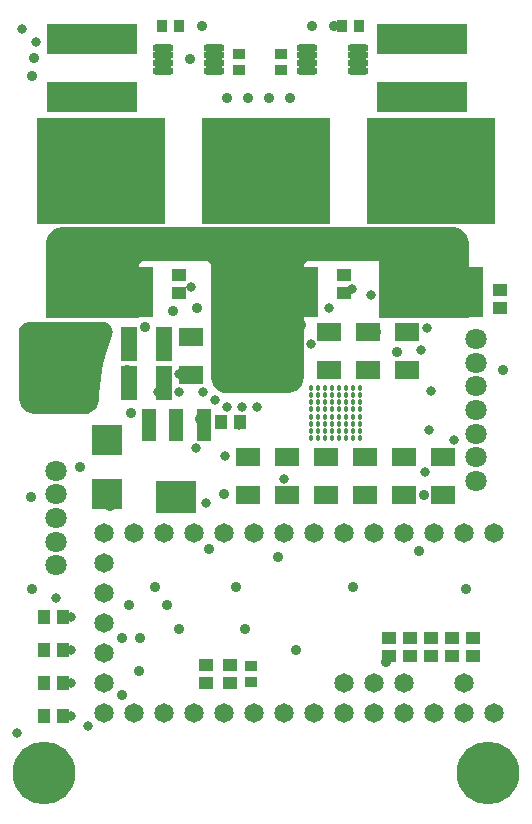
<source format=gbs>
G04 Layer_Color=16711935*
%FSAX24Y24*%
%MOIN*%
G70*
G01*
G75*
%ADD52R,0.0474X0.0434*%
%ADD60R,0.0434X0.0474*%
%ADD62R,0.4253X0.3545*%
%ADD63R,0.0453X0.1674*%
%ADD64R,0.0434X0.0356*%
%ADD66C,0.0710*%
%ADD67C,0.0650*%
%ADD68C,0.2090*%
%ADD69C,0.0360*%
%ADD70C,0.0320*%
%ADD71C,0.0180*%
%ADD72R,0.2986X0.1041*%
%ADD73R,0.0828X0.0612*%
%ADD74R,0.0986X0.0986*%
%ADD75R,0.0474X0.1064*%
%ADD76R,0.1379X0.1064*%
%ADD77R,0.0533X0.1143*%
%ADD78R,0.0356X0.0434*%
%ADD79O,0.0710X0.0257*%
G36*
X054724Y030040D02*
X054724Y030040D01*
X054744D01*
X054749Y030040D01*
X054808Y030032D01*
X054814Y030031D01*
X054818Y030029D01*
X054892Y029999D01*
X054897Y029996D01*
X054901Y029993D01*
X054965Y029945D01*
X054965Y029945D01*
X054969Y029941D01*
X054972Y029937D01*
X055021Y029874D01*
X055024Y029869D01*
X055026Y029865D01*
X055057Y029791D01*
X055059Y029786D01*
X055060Y029781D01*
X055070Y029701D01*
X055070Y029701D01*
X055070Y029700D01*
X055070Y029698D01*
X055071Y029696D01*
X055071Y029696D01*
X055071Y029695D01*
X055070Y029693D01*
X055070Y029691D01*
X055070Y029690D01*
X055070Y029690D01*
X055058Y029608D01*
X055057Y029606D01*
X055057Y029605D01*
X055057Y029604D01*
X055056Y029603D01*
X055056Y029601D01*
X055055Y029600D01*
X055046Y029574D01*
X055046Y029574D01*
X055001Y029456D01*
X054880Y029095D01*
X054763Y028637D01*
X054679Y028171D01*
X054627Y027640D01*
X054620Y027462D01*
X054620Y027462D01*
X054618Y027403D01*
X054618Y027402D01*
X054618Y027402D01*
X054618Y027400D01*
X054618Y027398D01*
X054618Y027397D01*
X054617Y027396D01*
X054617Y027395D01*
X054617Y027393D01*
X054616Y027392D01*
X054616Y027391D01*
X054558Y027225D01*
X054557Y027224D01*
X054557Y027223D01*
X054556Y027222D01*
X054556Y027220D01*
X054555Y027219D01*
X054555Y027218D01*
X054554Y027217D01*
X054553Y027216D01*
X054552Y027215D01*
X054552Y027214D01*
X054475Y027113D01*
X054471Y027109D01*
X054471D01*
Y027109D01*
X054467Y027106D01*
X054367Y027029D01*
X054362Y027026D01*
X054358Y027024D01*
X054241Y026975D01*
X054236Y026974D01*
X054231Y026973D01*
X054137Y026960D01*
X054131Y026960D01*
X054100D01*
X052500Y026960D01*
X052500Y026960D01*
X052434D01*
X052433Y026960D01*
X052432D01*
X052430Y026960D01*
X052429Y026960D01*
X052428Y026961D01*
X052426Y026961D01*
X052425Y026961D01*
X052424Y026961D01*
X052423Y026962D01*
X052421Y026962D01*
X052235Y027025D01*
X052234Y027026D01*
X052232Y027026D01*
X052231Y027027D01*
X052230Y027027D01*
X052229Y027028D01*
X052228Y027029D01*
X052227Y027029D01*
X052226Y027030D01*
X052225Y027031D01*
X052223Y027031D01*
X052119Y027112D01*
X052119Y027112D01*
X052115Y027115D01*
X052112Y027119D01*
X052031Y027223D01*
X052030Y027226D01*
X052029Y027228D01*
X052026Y027232D01*
X051976Y027354D01*
X051974Y027359D01*
X051973Y027364D01*
X051960Y027462D01*
X051960Y027467D01*
Y027500D01*
X051960Y029700D01*
X051960Y029700D01*
Y029739D01*
X051960Y029741D01*
Y029742D01*
X051960Y029743D01*
X051960Y029745D01*
X051961Y029746D01*
X051961Y029747D01*
X051961Y029749D01*
X051961Y029750D01*
X051962Y029751D01*
X051962Y029752D01*
X052000Y029864D01*
X052000Y029865D01*
X052001Y029867D01*
X052002Y029868D01*
X052002Y029869D01*
X052003Y029870D01*
X052003Y029871D01*
X052004Y029872D01*
X052005Y029874D01*
X052005Y029875D01*
X052006Y029876D01*
X052054Y029938D01*
X052054Y029938D01*
X052058Y029942D01*
X052062Y029946D01*
X052062Y029946D01*
X052124Y029994D01*
X052125Y029995D01*
X052126Y029995D01*
X052128Y029996D01*
X052129Y029997D01*
X052130Y029997D01*
X052131Y029998D01*
X052132Y029999D01*
X052133Y029999D01*
X052135Y029999D01*
X052136Y030000D01*
X052248Y030038D01*
X052249Y030038D01*
X052250Y030039D01*
X052251Y030039D01*
X052253Y030039D01*
X052254Y030039D01*
X052255Y030040D01*
X052257Y030040D01*
X052258Y030040D01*
X052259D01*
X052260Y030040D01*
X052300D01*
X054724Y030040D01*
D02*
G37*
G36*
X066467Y033190D02*
X066468D01*
X066470Y033190D01*
X066471Y033190D01*
X066472Y033189D01*
X066474Y033189D01*
X066475Y033189D01*
X066476Y033189D01*
X066477Y033188D01*
X066479Y033188D01*
X066665Y033125D01*
X066666Y033124D01*
X066667Y033124D01*
X066669Y033123D01*
X066670Y033123D01*
X066671Y033122D01*
X066672Y033121D01*
X066673Y033121D01*
X066674Y033120D01*
X066675Y033119D01*
X066677Y033119D01*
X066781Y033038D01*
X066781Y033038D01*
X066785Y033035D01*
X066788Y033031D01*
X066869Y032927D01*
X066870Y032924D01*
X066871Y032922D01*
X066874Y032917D01*
X066924Y032796D01*
X066926Y032791D01*
X066927Y032786D01*
X066940Y032688D01*
X066940Y032683D01*
Y032650D01*
X066940Y030200D01*
X066940Y030195D01*
X066939Y030190D01*
X066937Y030185D01*
X066935Y030180D01*
X066932Y030176D01*
X066928Y030172D01*
X066924Y030168D01*
X066920Y030165D01*
X066915Y030163D01*
X066910Y030161D01*
X066905Y030160D01*
X066900Y030160D01*
X064000D01*
X063995Y030160D01*
X063990Y030161D01*
X063985Y030163D01*
X063980Y030165D01*
X063976Y030168D01*
X063972Y030172D01*
X063968Y030176D01*
X063965Y030180D01*
X063963Y030185D01*
X063961Y030190D01*
X063960Y030195D01*
X063960Y030200D01*
Y032060D01*
X061584D01*
X061538Y032051D01*
X061485Y032015D01*
X061449Y031962D01*
X061440Y031916D01*
Y031900D01*
X061440Y028200D01*
X061440Y028200D01*
Y028167D01*
D01*
Y028167D01*
X061440Y028162D01*
X061427Y028064D01*
X061426Y028059D01*
X061424Y028054D01*
X061374Y027932D01*
X061371Y027928D01*
X061369Y027923D01*
X061288Y027819D01*
X061285Y027815D01*
X061285D01*
Y027815D01*
X061281Y027812D01*
X061177Y027731D01*
X061175Y027731D01*
X061174Y027730D01*
X061173Y027729D01*
X061172Y027729D01*
X061171Y027728D01*
X061170Y027727D01*
X061169Y027727D01*
X061167Y027726D01*
X061166Y027726D01*
X061165Y027725D01*
X060979Y027662D01*
X060977Y027662D01*
X060976Y027661D01*
X060975Y027661D01*
X060974Y027661D01*
X060972Y027661D01*
X060971Y027660D01*
X060970Y027660D01*
X060968Y027660D01*
X060967D01*
X060966Y027660D01*
X060900D01*
X058900Y027660D01*
X058900Y027660D01*
X058900D01*
X058867D01*
X058862Y027660D01*
X058764Y027673D01*
X058759Y027674D01*
X058754Y027676D01*
X058632Y027726D01*
X058628Y027729D01*
X058623Y027731D01*
X058519Y027812D01*
X058515Y027815D01*
Y027815D01*
X058515D01*
X058512Y027819D01*
X058431Y027923D01*
X058429Y027928D01*
X058426Y027932D01*
X058376Y028054D01*
X058374Y028059D01*
X058373Y028064D01*
X058360Y028162D01*
X058360Y028167D01*
Y028167D01*
D01*
X058360Y028200D01*
D01*
X058360Y031900D01*
Y031916D01*
X058351Y031962D01*
X058315Y032015D01*
X058262Y032051D01*
X058216Y032060D01*
X056084D01*
X056038Y032051D01*
X055985Y032015D01*
X055949Y031962D01*
X055940Y031916D01*
Y031900D01*
Y030200D01*
X055940Y030195D01*
X055939Y030190D01*
X055937Y030185D01*
X055935Y030180D01*
X055932Y030176D01*
X055928Y030172D01*
X055924Y030168D01*
X055920Y030165D01*
X055915Y030163D01*
X055910Y030161D01*
X055905Y030160D01*
X055900Y030160D01*
X052900D01*
X052895Y030160D01*
X052890Y030161D01*
X052885Y030163D01*
X052880Y030165D01*
X052876Y030168D01*
X052872Y030172D01*
X052868Y030176D01*
X052865Y030180D01*
X052863Y030185D01*
X052861Y030190D01*
X052860Y030195D01*
X052860Y030200D01*
X052860Y032650D01*
D01*
X052860Y032683D01*
D01*
Y032683D01*
X052860Y032688D01*
X052873Y032786D01*
X052874Y032791D01*
X052876Y032796D01*
X052926Y032917D01*
X052929Y032922D01*
X052931Y032927D01*
X053012Y033031D01*
X053015Y033035D01*
X053015D01*
Y033035D01*
X053019Y033038D01*
X053123Y033119D01*
X053128Y033121D01*
X053132Y033124D01*
X053254Y033174D01*
X053259Y033176D01*
X053264Y033177D01*
X053362Y033190D01*
X053367Y033190D01*
D01*
X053367D01*
X053400Y033190D01*
X066400Y033190D01*
X066466D01*
X066467Y033190D01*
D02*
G37*
D52*
X067100Y018885D02*
D03*
Y019515D02*
D03*
X066400Y018885D02*
D03*
Y019515D02*
D03*
X065700Y018885D02*
D03*
Y019515D02*
D03*
X065000Y018885D02*
D03*
Y019515D02*
D03*
X064300Y018885D02*
D03*
Y019515D02*
D03*
X059000Y017985D02*
D03*
Y018615D02*
D03*
X058200Y017985D02*
D03*
Y018615D02*
D03*
X062800Y031615D02*
D03*
Y030985D02*
D03*
X057300Y031615D02*
D03*
Y030985D02*
D03*
X068000Y031115D02*
D03*
Y030485D02*
D03*
D60*
X059315Y026700D02*
D03*
X058685D02*
D03*
X053415Y016900D02*
D03*
X052785D02*
D03*
X053415Y018000D02*
D03*
X052785D02*
D03*
X053415Y019100D02*
D03*
X052785D02*
D03*
X053415Y020200D02*
D03*
X052785D02*
D03*
D62*
X054700Y035055D02*
D03*
X065700D02*
D03*
X060200D02*
D03*
D63*
X053200Y031039D02*
D03*
X053700D02*
D03*
X054200D02*
D03*
X055200D02*
D03*
X055700D02*
D03*
X056200D02*
D03*
X064200D02*
D03*
X064700D02*
D03*
X065200D02*
D03*
X066200D02*
D03*
X066700D02*
D03*
X067200D02*
D03*
X058700D02*
D03*
X059200D02*
D03*
X059700D02*
D03*
X060700D02*
D03*
X061200D02*
D03*
X061700D02*
D03*
D64*
X059700Y018576D02*
D03*
Y018024D02*
D03*
X060700Y038424D02*
D03*
Y038976D02*
D03*
X059300Y038424D02*
D03*
Y038976D02*
D03*
D66*
X053200Y025080D02*
D03*
Y024290D02*
D03*
Y023500D02*
D03*
Y022713D02*
D03*
Y021925D02*
D03*
X067200Y025525D02*
D03*
Y029462D02*
D03*
Y028675D02*
D03*
Y027887D02*
D03*
Y027097D02*
D03*
Y026307D02*
D03*
Y024738D02*
D03*
D67*
X067800Y023000D02*
D03*
X066800D02*
D03*
X065800D02*
D03*
X064800D02*
D03*
X063800D02*
D03*
X062800D02*
D03*
X061800D02*
D03*
X060800D02*
D03*
X059800D02*
D03*
X058800D02*
D03*
X057800D02*
D03*
X056800D02*
D03*
X055800D02*
D03*
X054800D02*
D03*
Y022000D02*
D03*
Y021000D02*
D03*
Y020000D02*
D03*
Y019000D02*
D03*
Y018000D02*
D03*
Y017000D02*
D03*
X055800D02*
D03*
X056800D02*
D03*
X057800D02*
D03*
X058800D02*
D03*
X059800D02*
D03*
X060800D02*
D03*
X061800D02*
D03*
X062800D02*
D03*
X063800D02*
D03*
X064800D02*
D03*
X065800D02*
D03*
X066800D02*
D03*
X067800D02*
D03*
X066800Y018000D02*
D03*
X064800D02*
D03*
X063800D02*
D03*
X062800D02*
D03*
D68*
X052800Y015000D02*
D03*
X067600D02*
D03*
D69*
X052350Y024200D02*
D03*
X064550Y029050D02*
D03*
X066850Y021150D02*
D03*
X055000Y023900D02*
D03*
X052400Y021150D02*
D03*
X055950Y018400D02*
D03*
X065450Y024270D02*
D03*
X061356Y029923D02*
D03*
X055550Y028450D02*
D03*
X068100D02*
D03*
X057650Y038800D02*
D03*
X062450Y039900D02*
D03*
X061719Y039900D02*
D03*
X058050D02*
D03*
X052450Y038850D02*
D03*
X053300Y039500D02*
D03*
X052400Y038250D02*
D03*
X054000Y025200D02*
D03*
X055400Y017600D02*
D03*
X058900Y037500D02*
D03*
X059600D02*
D03*
X060300D02*
D03*
X061000D02*
D03*
X063850Y029700D02*
D03*
X065300Y022400D02*
D03*
X063100Y021200D02*
D03*
X058000Y026800D02*
D03*
X058800Y024300D02*
D03*
X060100Y028600D02*
D03*
Y030000D02*
D03*
Y029300D02*
D03*
X056165Y029854D02*
D03*
X057100Y030400D02*
D03*
X055700Y027000D02*
D03*
X057900Y030500D02*
D03*
X055612Y020600D02*
D03*
X057300Y019800D02*
D03*
X056900Y020600D02*
D03*
X056500Y021200D02*
D03*
X064200Y018700D02*
D03*
X055400Y019500D02*
D03*
X059200Y021200D02*
D03*
X056000Y019500D02*
D03*
X058276Y022459D02*
D03*
X060600Y022200D02*
D03*
X059500Y019800D02*
D03*
X061200Y019100D02*
D03*
X053100Y029600D02*
D03*
X053800D02*
D03*
Y029000D02*
D03*
X053100D02*
D03*
Y028400D02*
D03*
X053800D02*
D03*
X054000Y039500D02*
D03*
X054700D02*
D03*
X055400D02*
D03*
X066500D02*
D03*
X065800D02*
D03*
X065100D02*
D03*
X064400D02*
D03*
X055400Y037500D02*
D03*
X054700D02*
D03*
X054000D02*
D03*
X053300D02*
D03*
X066500D02*
D03*
X065800D02*
D03*
X065100D02*
D03*
X064400D02*
D03*
D70*
X063700Y030950D02*
D03*
X065700Y027750D02*
D03*
X062300Y030500D02*
D03*
X066450Y026100D02*
D03*
X053200Y020850D02*
D03*
X053691Y020200D02*
D03*
X059300Y026600D02*
D03*
X065628Y026422D02*
D03*
X051900Y016350D02*
D03*
X054250Y016561D02*
D03*
X052050Y039800D02*
D03*
X052529Y039371D02*
D03*
X065550Y029850D02*
D03*
X065350Y029100D02*
D03*
X063050Y031150D02*
D03*
X065500Y025050D02*
D03*
X057700Y031200D02*
D03*
X058817Y025583D02*
D03*
X057300Y028300D02*
D03*
X058100Y027700D02*
D03*
X057300D02*
D03*
X059400Y027200D02*
D03*
X059900D02*
D03*
X057834Y025850D02*
D03*
X058200Y024000D02*
D03*
X060800Y024800D02*
D03*
X061700Y029300D02*
D03*
X058494Y027445D02*
D03*
X056600Y027700D02*
D03*
X058900Y027200D02*
D03*
X053691Y019100D02*
D03*
Y018000D02*
D03*
Y016900D02*
D03*
D71*
X061673Y027827D02*
D03*
X061909D02*
D03*
X062146D02*
D03*
X062382D02*
D03*
X062618D02*
D03*
X062854D02*
D03*
X063091D02*
D03*
X063327D02*
D03*
Y027591D02*
D03*
X063091D02*
D03*
X062854D02*
D03*
X062618D02*
D03*
X062382D02*
D03*
X062146D02*
D03*
X061909D02*
D03*
X061673D02*
D03*
X063327Y027354D02*
D03*
X063091D02*
D03*
X062854D02*
D03*
X062618D02*
D03*
X062382D02*
D03*
X062146D02*
D03*
X061909D02*
D03*
X061673D02*
D03*
X063327Y027118D02*
D03*
X063091D02*
D03*
X062854D02*
D03*
X062618D02*
D03*
X062382D02*
D03*
X062146D02*
D03*
X061909D02*
D03*
X061673D02*
D03*
X063327Y026882D02*
D03*
X063091D02*
D03*
X062854D02*
D03*
X062618D02*
D03*
X062382D02*
D03*
X062146D02*
D03*
X061909D02*
D03*
X061673D02*
D03*
X063327Y026646D02*
D03*
X063091D02*
D03*
X062854D02*
D03*
X062618D02*
D03*
X062382D02*
D03*
X062146D02*
D03*
X061909D02*
D03*
X061673D02*
D03*
X063327Y026409D02*
D03*
X063091D02*
D03*
X062854D02*
D03*
X062618D02*
D03*
X062382D02*
D03*
X062146D02*
D03*
X061909D02*
D03*
X061673D02*
D03*
X063327Y026173D02*
D03*
X063091D02*
D03*
X062854D02*
D03*
X062618D02*
D03*
X062382D02*
D03*
X062146D02*
D03*
X061909D02*
D03*
X061673D02*
D03*
D72*
X054400Y037524D02*
D03*
Y039476D02*
D03*
X065400Y037524D02*
D03*
Y039476D02*
D03*
D73*
X066100Y025530D02*
D03*
Y024270D02*
D03*
X064800Y025530D02*
D03*
Y024270D02*
D03*
X063500Y025530D02*
D03*
Y024270D02*
D03*
X062200Y025530D02*
D03*
Y024270D02*
D03*
X060900Y025530D02*
D03*
Y024270D02*
D03*
X059600Y025530D02*
D03*
Y024270D02*
D03*
X064900Y028440D02*
D03*
Y029700D02*
D03*
X063600Y028440D02*
D03*
Y029700D02*
D03*
X062300Y028440D02*
D03*
Y029700D02*
D03*
X057700Y029530D02*
D03*
Y028270D02*
D03*
D74*
X054900Y026086D02*
D03*
Y024314D02*
D03*
D75*
X056294Y026601D02*
D03*
X057200D02*
D03*
X058106D02*
D03*
D76*
X057200Y024199D02*
D03*
D77*
X056791Y028000D02*
D03*
X055609D02*
D03*
X056791Y029300D02*
D03*
X055609D02*
D03*
D78*
X062724Y039900D02*
D03*
X063276D02*
D03*
X057276Y039900D02*
D03*
X056724D02*
D03*
D79*
X061554Y038416D02*
D03*
Y038672D02*
D03*
Y038928D02*
D03*
Y039184D02*
D03*
X063246Y038416D02*
D03*
Y038672D02*
D03*
Y038928D02*
D03*
Y039184D02*
D03*
X058446Y039184D02*
D03*
Y038928D02*
D03*
Y038672D02*
D03*
Y038416D02*
D03*
X056754Y039184D02*
D03*
Y038928D02*
D03*
Y038672D02*
D03*
Y038416D02*
D03*
M02*

</source>
